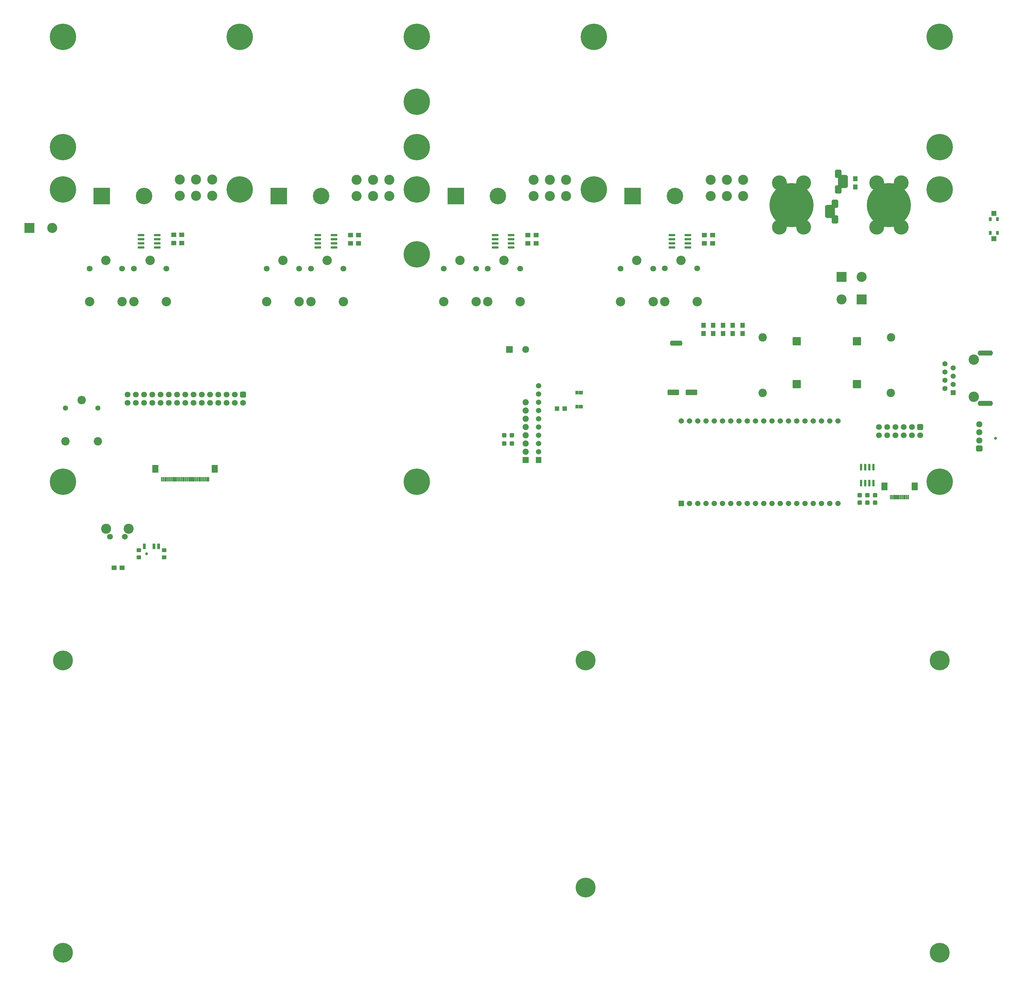
<source format=gbr>
%TF.GenerationSoftware,KiCad,Pcbnew,7.0.1*%
%TF.CreationDate,2024-04-02T15:52:51+09:00*%
%TF.ProjectId,Lift_Main_V5.0,4c696674-5f4d-4616-996e-5f56352e302e,rev?*%
%TF.SameCoordinates,Original*%
%TF.FileFunction,Soldermask,Top*%
%TF.FilePolarity,Negative*%
%FSLAX46Y46*%
G04 Gerber Fmt 4.6, Leading zero omitted, Abs format (unit mm)*
G04 Created by KiCad (PCBNEW 7.0.1) date 2024-04-02 15:52:51*
%MOMM*%
%LPD*%
G01*
G04 APERTURE LIST*
G04 Aperture macros list*
%AMRoundRect*
0 Rectangle with rounded corners*
0 $1 Rounding radius*
0 $2 $3 $4 $5 $6 $7 $8 $9 X,Y pos of 4 corners*
0 Add a 4 corners polygon primitive as box body*
4,1,4,$2,$3,$4,$5,$6,$7,$8,$9,$2,$3,0*
0 Add four circle primitives for the rounded corners*
1,1,$1+$1,$2,$3*
1,1,$1+$1,$4,$5*
1,1,$1+$1,$6,$7*
1,1,$1+$1,$8,$9*
0 Add four rect primitives between the rounded corners*
20,1,$1+$1,$2,$3,$4,$5,0*
20,1,$1+$1,$4,$5,$6,$7,0*
20,1,$1+$1,$6,$7,$8,$9,0*
20,1,$1+$1,$8,$9,$2,$3,0*%
%AMFreePoly0*
4,1,35,0.586062,0.786062,0.601000,0.750000,0.601000,-0.750000,0.586062,-0.786062,0.550000,-0.801000,0.000000,-0.801000,-0.012285,-0.795911,-0.071157,-0.795911,-0.085525,-0.793845,-0.222076,-0.753750,-0.235281,-0.747720,-0.355003,-0.670779,-0.365973,-0.661273,-0.459170,-0.553718,-0.467018,-0.541506,-0.526137,-0.412052,-0.530227,-0.398124,-0.550481,-0.257258,-0.551000,-0.250000,-0.551000,0.250000,
-0.550481,0.257258,-0.530227,0.398124,-0.526137,0.412052,-0.467018,0.541506,-0.459170,0.553718,-0.365973,0.661273,-0.355003,0.670779,-0.235281,0.747720,-0.222076,0.753750,-0.085525,0.793845,-0.071157,0.795911,-0.012285,0.795911,0.000000,0.801000,0.550000,0.801000,0.586062,0.786062,0.586062,0.786062,$1*%
%AMFreePoly1*
4,1,35,0.012285,0.795911,0.071157,0.795911,0.085525,0.793845,0.222076,0.753750,0.235281,0.747720,0.355003,0.670779,0.365973,0.661273,0.459170,0.553718,0.467018,0.541506,0.526137,0.412052,0.530227,0.398124,0.550481,0.257258,0.551000,0.250000,0.551000,-0.250000,0.550481,-0.257258,0.530227,-0.398124,0.526137,-0.412052,0.467018,-0.541506,0.459170,-0.553718,0.365973,-0.661273,
0.355003,-0.670779,0.235281,-0.747720,0.222076,-0.753750,0.085525,-0.793845,0.071157,-0.795911,0.012285,-0.795911,0.000000,-0.801000,-0.550000,-0.801000,-0.586062,-0.786062,-0.601000,-0.750000,-0.601000,0.750000,-0.586062,0.786062,-0.550000,0.801000,0.000000,0.801000,0.012285,0.795911,0.012285,0.795911,$1*%
G04 Aperture macros list end*
%ADD10C,0.100000*%
%ADD11RoundRect,0.051000X-2.500000X-2.500000X2.500000X-2.500000X2.500000X2.500000X-2.500000X2.500000X0*%
%ADD12C,5.102000*%
%ADD13C,2.902000*%
%ADD14C,1.802000*%
%ADD15RoundRect,0.051000X-1.000000X-1.000000X1.000000X-1.000000X1.000000X1.000000X-1.000000X1.000000X0*%
%ADD16C,2.102000*%
%ADD17C,8.102000*%
%ADD18RoundRect,0.051000X-0.650000X-0.650000X0.650000X-0.650000X0.650000X0.650000X-0.650000X0.650000X0*%
%ADD19RoundRect,0.051000X-0.625000X0.750000X-0.625000X-0.750000X0.625000X-0.750000X0.625000X0.750000X0*%
%ADD20RoundRect,0.051000X0.350000X-0.550000X0.350000X0.550000X-0.350000X0.550000X-0.350000X-0.550000X0*%
%ADD21C,1.662000*%
%ADD22RoundRect,0.051000X-0.780000X-0.900000X0.780000X-0.900000X0.780000X0.900000X-0.780000X0.900000X0*%
%ADD23C,6.102000*%
%ADD24C,3.102000*%
%ADD25RoundRect,0.301000X1.500000X0.550000X-1.500000X0.550000X-1.500000X-0.550000X1.500000X-0.550000X0*%
%ADD26RoundRect,0.376000X-0.325000X-0.325000X0.325000X-0.325000X0.325000X0.325000X-0.325000X0.325000X0*%
%ADD27RoundRect,0.051000X-0.750000X-0.625000X0.750000X-0.625000X0.750000X0.625000X-0.750000X0.625000X0*%
%ADD28C,4.602000*%
%ADD29C,13.602000*%
%ADD30RoundRect,0.051000X0.750000X-0.750000X0.750000X0.750000X-0.750000X0.750000X-0.750000X-0.750000X0*%
%ADD31RoundRect,0.051000X0.125000X-0.550000X0.125000X0.550000X-0.125000X0.550000X-0.125000X-0.550000X0*%
%ADD32RoundRect,0.376000X-0.325000X0.325000X-0.325000X-0.325000X0.325000X-0.325000X0.325000X0.325000X0*%
%ADD33RoundRect,0.201000X-0.825000X-0.150000X0.825000X-0.150000X0.825000X0.150000X-0.825000X0.150000X0*%
%ADD34RoundRect,0.300900X0.675100X-0.600100X0.675100X0.600100X-0.675100X0.600100X-0.675100X-0.600100X0*%
%ADD35O,1.952000X1.802000*%
%ADD36C,3.202000*%
%ADD37RoundRect,0.051000X-0.750000X0.750000X-0.750000X-0.750000X0.750000X-0.750000X0.750000X0.750000X0*%
%ADD38C,1.602000*%
%ADD39O,4.702000X1.602000*%
%ADD40C,2.602000*%
%ADD41RoundRect,0.301000X-0.600000X0.600000X-0.600000X-0.600000X0.600000X-0.600000X0.600000X0.600000X0*%
%ADD42RoundRect,0.051000X0.780000X-0.780000X0.780000X0.780000X-0.780000X0.780000X-0.780000X-0.780000X0*%
%ADD43RoundRect,0.051000X0.625000X-0.750000X0.625000X0.750000X-0.625000X0.750000X-0.625000X-0.750000X0*%
%ADD44RoundRect,0.051000X-1.500000X-1.500000X1.500000X-1.500000X1.500000X1.500000X-1.500000X1.500000X0*%
%ADD45RoundRect,0.351000X0.950000X0.950000X-0.950000X0.950000X-0.950000X-0.950000X0.950000X-0.950000X0*%
%ADD46RoundRect,0.051000X0.150000X0.650000X-0.150000X0.650000X-0.150000X-0.650000X0.150000X-0.650000X0*%
%ADD47RoundRect,0.051000X0.900000X1.100000X-0.900000X1.100000X-0.900000X-1.100000X0.900000X-1.100000X0*%
%ADD48RoundRect,0.051000X1.500000X-1.500000X1.500000X1.500000X-1.500000X1.500000X-1.500000X-1.500000X0*%
%ADD49RoundRect,0.201000X0.150000X-0.825000X0.150000X0.825000X-0.150000X0.825000X-0.150000X-0.825000X0*%
%ADD50RoundRect,0.551000X0.500000X-0.750000X0.500000X0.750000X-0.500000X0.750000X-0.500000X-0.750000X0*%
%ADD51RoundRect,0.801000X0.750000X-1.250000X0.750000X1.250000X-0.750000X1.250000X-0.750000X-1.250000X0*%
%ADD52FreePoly0,0.000000*%
%ADD53RoundRect,0.051000X-0.500000X-0.750000X0.500000X-0.750000X0.500000X0.750000X-0.500000X0.750000X0*%
%ADD54FreePoly1,0.000000*%
%ADD55C,0.902000*%
%ADD56RoundRect,0.051000X0.400000X0.800000X-0.400000X0.800000X-0.400000X-0.800000X0.400000X-0.800000X0*%
%ADD57RoundRect,0.051000X0.600000X0.500000X-0.600000X0.500000X-0.600000X-0.500000X0.600000X-0.500000X0*%
%ADD58RoundRect,0.051000X-1.500000X1.500000X-1.500000X-1.500000X1.500000X-1.500000X1.500000X1.500000X0*%
%ADD59RoundRect,0.051000X-0.900000X-0.900000X0.900000X-0.900000X0.900000X0.900000X-0.900000X0.900000X0*%
%ADD60C,1.902000*%
G04 APERTURE END LIST*
D10*
%TO.C,SW2*%
X94605000Y-361010000D02*
G75*
G03*
X94605000Y-361010000I-635000J0D01*
G01*
X93164500Y-363510000D02*
G75*
G03*
X93164500Y-363510000I-444500J0D01*
G01*
X88664500Y-363510000D02*
G75*
G03*
X88664500Y-363510000I-444500J0D01*
G01*
X87605000Y-361010000D02*
G75*
G03*
X87605000Y-361010000I-635000J0D01*
G01*
%TD*%
D11*
%TO.C,J5*%
X194670000Y-258570000D03*
D12*
X207670000Y-258570000D03*
%TD*%
D13*
%TO.C,K8*%
X91940000Y-291145000D03*
D14*
X81940000Y-280945000D03*
X91940000Y-280945000D03*
D13*
X86940000Y-278445000D03*
X81940000Y-291145000D03*
%TD*%
D15*
%TO.C,C12*%
X211180000Y-305850000D03*
D16*
X216180000Y-305850000D03*
%TD*%
D17*
%TO.C,H1*%
X182670000Y-346570000D03*
%TD*%
D18*
%TO.C,R1*%
X225820000Y-324020000D03*
X228220000Y-324020000D03*
%TD*%
D19*
%TO.C,C11*%
X270970000Y-298420000D03*
X270970000Y-300920000D03*
%TD*%
D17*
%TO.C,H5*%
X73670000Y-346570000D03*
%TD*%
D19*
%TO.C,C17*%
X282970000Y-298420000D03*
X282970000Y-300920000D03*
%TD*%
D20*
%TO.C,SW6*%
X359280000Y-265750000D03*
X359280000Y-269950000D03*
X361480000Y-265750000D03*
X361480000Y-269950000D03*
%TD*%
D21*
%TO.C,MO3*%
X220220000Y-324660000D03*
X220220000Y-322120000D03*
X220220000Y-319580000D03*
X220220000Y-317040000D03*
X220220000Y-329740000D03*
X220220000Y-327200000D03*
X220220000Y-337360000D03*
X220220000Y-334820000D03*
X220220000Y-332280000D03*
D22*
X220220000Y-339900000D03*
%TD*%
D23*
%TO.C,H4*%
X343670000Y-491570000D03*
%TD*%
D17*
%TO.C,H24*%
X343670000Y-209540000D03*
%TD*%
D13*
%TO.C,K6*%
X146440000Y-291145000D03*
D14*
X136440000Y-280945000D03*
X146440000Y-280945000D03*
D13*
X141440000Y-278445000D03*
X136440000Y-291145000D03*
%TD*%
D24*
%TO.C,J9*%
X174170000Y-258570000D03*
X174170000Y-253570000D03*
X169170000Y-258570000D03*
X169170000Y-253570000D03*
X164170000Y-258570000D03*
X164170000Y-253570000D03*
%TD*%
D17*
%TO.C,H15*%
X73670000Y-209540000D03*
%TD*%
D25*
%TO.C,C4*%
X267240000Y-319090000D03*
X261640000Y-319090000D03*
%TD*%
D26*
%TO.C,R15*%
X209630000Y-334780000D03*
X211930000Y-334780000D03*
%TD*%
D27*
%TO.C,C19*%
X107805000Y-273055625D03*
X110305000Y-273055625D03*
%TD*%
D17*
%TO.C,H4*%
X182670000Y-256570000D03*
%TD*%
%TO.C,H6*%
X237170000Y-256570000D03*
%TD*%
%TO.C,H20*%
X182670000Y-243570000D03*
%TD*%
D28*
%TO.C,J2*%
X324320000Y-268170000D03*
X331820000Y-268170000D03*
D29*
X328070000Y-261370000D03*
D28*
X324320000Y-254570000D03*
X331820000Y-254570000D03*
%TD*%
D27*
%TO.C,C7*%
X216904061Y-273145000D03*
X219404061Y-273145000D03*
%TD*%
D30*
%TO.C,SW5*%
X360380000Y-271750000D03*
X360380000Y-263950000D03*
%TD*%
D24*
%TO.C,SW2*%
X93970000Y-361010000D03*
X86970000Y-361010000D03*
D14*
X92720000Y-363510000D03*
X88220000Y-363510000D03*
%TD*%
D31*
%TO.C,U4*%
X231670000Y-323420000D03*
X232170000Y-323420000D03*
X232670000Y-323420000D03*
X233170000Y-323420000D03*
X233670000Y-323420000D03*
X233670000Y-319120000D03*
X233170000Y-319120000D03*
X232670000Y-319120000D03*
X232170000Y-319120000D03*
X231670000Y-319120000D03*
%TD*%
D17*
%TO.C,H9*%
X128170000Y-256570000D03*
%TD*%
D19*
%TO.C,C15*%
X279970000Y-298420000D03*
X279970000Y-300920000D03*
%TD*%
D13*
%TO.C,K3*%
X269070000Y-291095000D03*
D14*
X259070000Y-280895000D03*
X269070000Y-280895000D03*
D13*
X264070000Y-278395000D03*
X259070000Y-291095000D03*
%TD*%
D17*
%TO.C,H11*%
X343670000Y-256570000D03*
%TD*%
D32*
%TO.C,R13*%
X323830000Y-350700000D03*
X323830000Y-353000000D03*
%TD*%
D33*
%TO.C,U2*%
X261225000Y-270605000D03*
X261225000Y-271875000D03*
X261225000Y-273145000D03*
X261225000Y-274415000D03*
X266175000Y-274415000D03*
X266175000Y-273145000D03*
X266175000Y-271875000D03*
X266175000Y-270605000D03*
%TD*%
D26*
%TO.C,R29*%
X209630000Y-332240000D03*
X211930000Y-332240000D03*
%TD*%
D33*
%TO.C,U5*%
X206774061Y-270615000D03*
X206774061Y-271885000D03*
X206774061Y-273155000D03*
X206774061Y-274425000D03*
X211724061Y-274425000D03*
X211724061Y-273155000D03*
X211724061Y-271885000D03*
X211724061Y-270615000D03*
%TD*%
D34*
%TO.C,J7*%
X355920000Y-336340000D03*
D35*
X355920000Y-333840000D03*
X355920000Y-331340000D03*
X355920000Y-328840000D03*
%TD*%
D36*
%TO.C,J13*%
X354180000Y-320377500D03*
X354180000Y-308947500D03*
D37*
X347830000Y-319107500D03*
D38*
X345290000Y-317837500D03*
X347830000Y-316567500D03*
X345290000Y-315297500D03*
X347830000Y-314027500D03*
X345290000Y-312757500D03*
X347830000Y-311487500D03*
X345290000Y-310217500D03*
D39*
X357730000Y-322432500D03*
X357730000Y-306907500D03*
%TD*%
D17*
%TO.C,H19*%
X182670000Y-276570000D03*
%TD*%
D27*
%TO.C,C9*%
X162254061Y-273170000D03*
X164754061Y-273170000D03*
%TD*%
D24*
%TO.C,J6*%
X228670000Y-258570000D03*
X228670000Y-253570000D03*
X223670000Y-258570000D03*
X223670000Y-253570000D03*
X218670000Y-258570000D03*
X218670000Y-253570000D03*
%TD*%
D13*
%TO.C,K5*%
X214540000Y-291125000D03*
D14*
X204540000Y-280925000D03*
X214540000Y-280925000D03*
D13*
X209540000Y-278425000D03*
X204540000Y-291125000D03*
%TD*%
D27*
%TO.C,C8*%
X216904061Y-270620000D03*
X219404061Y-270620000D03*
%TD*%
D28*
%TO.C,J1*%
X294320000Y-268170000D03*
X301820000Y-268170000D03*
D29*
X298070000Y-261370000D03*
D28*
X294320000Y-254570000D03*
X301820000Y-254570000D03*
%TD*%
D40*
%TO.C,MO1*%
X328655000Y-319242500D03*
X328705000Y-302092500D03*
X289155000Y-319242500D03*
X289155000Y-302092500D03*
%TD*%
D41*
%TO.C,J10*%
X129170000Y-319717495D03*
D14*
X129170000Y-322257495D03*
X126630000Y-319717495D03*
X126630000Y-322257495D03*
X124090000Y-319717495D03*
X124090000Y-322257495D03*
X121550000Y-319717495D03*
X121550000Y-322257495D03*
X119010000Y-319717495D03*
X119010000Y-322257495D03*
X116470000Y-319717495D03*
X116470000Y-322257495D03*
X113930000Y-319717495D03*
X113930000Y-322257495D03*
X111390000Y-319717495D03*
X111390000Y-322257495D03*
X108850000Y-319717495D03*
X108850000Y-322257495D03*
X106310000Y-319717495D03*
X106310000Y-322257495D03*
X103770000Y-319717495D03*
X103770000Y-322257495D03*
X101230000Y-319717495D03*
X101230000Y-322257495D03*
X98690000Y-319717495D03*
X98690000Y-322257495D03*
X96150000Y-319717495D03*
X96150000Y-322257495D03*
X93610000Y-319717495D03*
X93610000Y-322257495D03*
%TD*%
D42*
%TO.C,U13*%
X264150000Y-353270000D03*
D21*
X266690000Y-353270000D03*
X269230000Y-353270000D03*
X271770000Y-353270000D03*
X274310000Y-353270000D03*
X276850000Y-353270000D03*
X279390000Y-353270000D03*
X281930000Y-353270000D03*
X284470000Y-353270000D03*
X287010000Y-353270000D03*
X289550000Y-353270000D03*
X292090000Y-353270000D03*
X294630000Y-353270000D03*
X297170000Y-353270000D03*
X299710000Y-353270000D03*
X302250000Y-353270000D03*
X304790000Y-353270000D03*
X307330000Y-353270000D03*
X309870000Y-353270000D03*
X312410000Y-353270000D03*
X312410000Y-327870000D03*
X309870000Y-327870000D03*
X307330000Y-327870000D03*
X304790000Y-327870000D03*
X302250000Y-327870000D03*
X299710000Y-327870000D03*
X297170000Y-327870000D03*
X294630000Y-327870000D03*
X292090000Y-327870000D03*
X289550000Y-327870000D03*
X287010000Y-327870000D03*
X284470000Y-327870000D03*
X281930000Y-327870000D03*
X279390000Y-327870000D03*
X276850000Y-327870000D03*
X274310000Y-327870000D03*
X271770000Y-327870000D03*
X269230000Y-327870000D03*
X266690000Y-327870000D03*
X264150000Y-327870000D03*
%TD*%
D23*
%TO.C,H7*%
X234669999Y-471570000D03*
%TD*%
D11*
%TO.C,J3*%
X249170000Y-258570000D03*
D12*
X262170000Y-258570000D03*
%TD*%
D43*
%TO.C,D2*%
X317745000Y-255795000D03*
X317745000Y-253295000D03*
%TD*%
D13*
%TO.C,K1*%
X255445000Y-291120000D03*
D14*
X245445000Y-280920000D03*
X255445000Y-280920000D03*
D13*
X250445000Y-278420000D03*
X245445000Y-291120000D03*
%TD*%
D44*
%TO.C,C10*%
X63370000Y-268420000D03*
D24*
X70370000Y-268420000D03*
%TD*%
D11*
%TO.C,J8*%
X140170000Y-258570000D03*
D12*
X153170000Y-258570000D03*
%TD*%
D17*
%TO.C,H25*%
X343670000Y-243570000D03*
%TD*%
D32*
%TO.C,R12*%
X321430000Y-350700000D03*
X321430000Y-353000000D03*
%TD*%
D27*
%TO.C,C16*%
X107805000Y-270530625D03*
X110305000Y-270530625D03*
%TD*%
D45*
%TO.C,MO2*%
X318210000Y-316520000D03*
X318210000Y-303320000D03*
X299710000Y-316520000D03*
X299710000Y-303320000D03*
%TD*%
D46*
%TO.C,J16*%
X118580000Y-345800000D03*
X118080000Y-345800000D03*
X117580000Y-345800000D03*
X117080000Y-345800000D03*
X116580000Y-345800000D03*
X116080000Y-345800000D03*
X115580000Y-345800000D03*
X115080000Y-345800000D03*
X114580000Y-345800000D03*
X114080000Y-345800000D03*
X113580000Y-345800000D03*
X113080000Y-345800000D03*
X112580000Y-345800000D03*
X112080000Y-345800000D03*
X111580000Y-345800000D03*
X111080000Y-345800000D03*
X110580000Y-345800000D03*
X110080000Y-345800000D03*
X109580000Y-345800000D03*
X109080000Y-345800000D03*
X108580000Y-345800000D03*
X108080000Y-345800000D03*
X107580000Y-345800000D03*
X107080000Y-345800000D03*
X106580000Y-345800000D03*
X106080000Y-345800000D03*
X105580000Y-345800000D03*
X105080000Y-345800000D03*
X104580000Y-345800000D03*
X104080000Y-345800000D03*
D47*
X120480000Y-342550000D03*
X102180000Y-342550000D03*
%TD*%
D27*
%TO.C,C3*%
X271254061Y-273160000D03*
X273754061Y-273160000D03*
%TD*%
D17*
%TO.C,H17*%
X182670000Y-209540000D03*
%TD*%
D33*
%TO.C,U7*%
X152224061Y-270615000D03*
X152224061Y-271885000D03*
X152224061Y-273155000D03*
X152224061Y-274425000D03*
X157174061Y-274425000D03*
X157174061Y-273155000D03*
X157174061Y-271885000D03*
X157174061Y-270615000D03*
%TD*%
D17*
%TO.C,H16*%
X128170000Y-209540000D03*
%TD*%
D13*
%TO.C,K4*%
X200940000Y-291125000D03*
D14*
X190940000Y-280925000D03*
X200940000Y-280925000D03*
D13*
X195940000Y-278425000D03*
X190940000Y-291125000D03*
%TD*%
D27*
%TO.C,C6*%
X162254061Y-270620000D03*
X164754061Y-270620000D03*
%TD*%
D48*
%TO.C,C20*%
X319645000Y-290470000D03*
D24*
X319645000Y-283470000D03*
%TD*%
D49*
%TO.C,U1*%
X319525000Y-347025000D03*
X320795000Y-347025000D03*
X322065000Y-347025000D03*
X323335000Y-347025000D03*
X323335000Y-342075000D03*
X322065000Y-342075000D03*
X320795000Y-342075000D03*
X319525000Y-342075000D03*
%TD*%
D41*
%TO.C,J15*%
X337680000Y-329747500D03*
D14*
X335140000Y-329747500D03*
X332600000Y-329747500D03*
X330060000Y-329747500D03*
X327520000Y-329747500D03*
X324980000Y-329747500D03*
X337680000Y-332287500D03*
X335140000Y-332287500D03*
X332600000Y-332287500D03*
X330060000Y-332287500D03*
X327520000Y-332287500D03*
X324980000Y-332287500D03*
%TD*%
D46*
%TO.C,J14*%
X334080000Y-351300000D03*
X333580000Y-351300000D03*
X333080000Y-351300000D03*
X332580000Y-351300000D03*
X332080000Y-351300000D03*
X331580000Y-351300000D03*
X331080000Y-351300000D03*
X330580000Y-351300000D03*
X330080000Y-351300000D03*
X329580000Y-351300000D03*
X329080000Y-351300000D03*
X328580000Y-351300000D03*
D47*
X335980000Y-348050000D03*
X326680000Y-348050000D03*
%TD*%
D23*
%TO.C,H10*%
X73669999Y-401570000D03*
%TD*%
%TO.C,H11*%
X73669999Y-491570000D03*
%TD*%
D50*
%TO.C,F1*%
X311445000Y-265780000D03*
D51*
X309945000Y-263370000D03*
D50*
X311445000Y-260990000D03*
X312445000Y-256550000D03*
D51*
X313895000Y-254120000D03*
D50*
X312445000Y-251760000D03*
%TD*%
D19*
%TO.C,C14*%
X276970000Y-298420000D03*
X276970000Y-300920000D03*
%TD*%
D17*
%TO.C,H10*%
X343670000Y-346570000D03*
%TD*%
D52*
%TO.C,JP2*%
X261270000Y-303870000D03*
D53*
X262570000Y-303870000D03*
D54*
X263870000Y-303870000D03*
%TD*%
D33*
%TO.C,U8*%
X97775000Y-270615000D03*
X97775000Y-271885000D03*
X97775000Y-273155000D03*
X97775000Y-274425000D03*
X102725000Y-274425000D03*
X102725000Y-273155000D03*
X102725000Y-271885000D03*
X102725000Y-270615000D03*
%TD*%
D55*
%TO.C,SW1*%
X99480000Y-368730000D03*
D56*
X98730000Y-366430000D03*
X101730000Y-366430000D03*
X103180000Y-366430000D03*
D57*
X104880000Y-369830000D03*
X104880000Y-367630000D03*
X97080000Y-369830000D03*
X97080000Y-367630000D03*
%TD*%
D11*
%TO.C,J11*%
X85670000Y-258570000D03*
D12*
X98670000Y-258570000D03*
%TD*%
D24*
%TO.C,J4*%
X283170000Y-258570000D03*
X283170000Y-253570000D03*
X278170000Y-258570000D03*
X278170000Y-253570000D03*
X273170000Y-258570000D03*
X273170000Y-253570000D03*
%TD*%
D17*
%TO.C,H13*%
X73670000Y-243570000D03*
%TD*%
%TO.C,H3*%
X73670000Y-256570000D03*
%TD*%
D19*
%TO.C,C13*%
X273970000Y-298420000D03*
X273970000Y-300920000D03*
%TD*%
D17*
%TO.C,H18*%
X182670000Y-229540000D03*
%TD*%
D27*
%TO.C,D6*%
X89420000Y-373080000D03*
X91920000Y-373080000D03*
%TD*%
%TO.C,C2*%
X271254061Y-270610000D03*
X273754061Y-270610000D03*
%TD*%
D32*
%TO.C,R9*%
X319030000Y-350700000D03*
X319030000Y-353000000D03*
%TD*%
D40*
%TO.C,K2*%
X84430000Y-334100000D03*
D38*
X74430000Y-323900000D03*
X84430000Y-323900000D03*
D40*
X79430000Y-321400000D03*
X74430000Y-334100000D03*
%TD*%
D13*
%TO.C,K9*%
X105540000Y-291145000D03*
D14*
X95540000Y-280945000D03*
X105540000Y-280945000D03*
D13*
X100540000Y-278445000D03*
X95540000Y-291145000D03*
%TD*%
%TO.C,K7*%
X160040000Y-291145000D03*
D14*
X150040000Y-280945000D03*
X160040000Y-280945000D03*
D13*
X155040000Y-278445000D03*
X150040000Y-291145000D03*
%TD*%
D23*
%TO.C,H5*%
X343670000Y-401570000D03*
%TD*%
D24*
%TO.C,J12*%
X119670000Y-258560000D03*
X119670000Y-253560000D03*
X114670000Y-258560000D03*
X114670000Y-253560000D03*
X109670000Y-258560000D03*
X109670000Y-253560000D03*
%TD*%
D23*
%TO.C,H1*%
X234669999Y-401570001D03*
%TD*%
D58*
%TO.C,C18*%
X313495000Y-283470000D03*
D24*
X313495000Y-290470000D03*
%TD*%
D59*
%TO.C,U6*%
X216237500Y-339860000D03*
D60*
X216237500Y-337320000D03*
X216237500Y-334780000D03*
X216237500Y-332240000D03*
X216237500Y-329700000D03*
X216237500Y-327160000D03*
X216237500Y-324620000D03*
X216237500Y-322080000D03*
%TD*%
D17*
%TO.C,H22*%
X237170000Y-209540000D03*
%TD*%
D55*
%TO.C,SW3*%
X360920000Y-333200000D03*
%TD*%
G36*
X333892347Y-350618509D02*
G01*
X333892116Y-350620263D01*
X333884766Y-350631262D01*
X333881000Y-350650199D01*
X333881000Y-351949801D01*
X333884766Y-351968737D01*
X333892114Y-351979733D01*
X333892345Y-351981487D01*
X333891094Y-351982738D01*
X333889340Y-351982507D01*
X333867311Y-351967788D01*
X333792689Y-351967788D01*
X333770659Y-351982507D01*
X333768905Y-351982738D01*
X333767654Y-351981487D01*
X333767885Y-351979733D01*
X333775233Y-351968737D01*
X333779000Y-351949801D01*
X333779000Y-350650199D01*
X333775233Y-350631262D01*
X333767884Y-350620264D01*
X333767653Y-350618510D01*
X333768904Y-350617259D01*
X333770658Y-350617490D01*
X333792690Y-350632211D01*
X333867310Y-350632211D01*
X333889342Y-350617489D01*
X333891096Y-350617258D01*
X333892347Y-350618509D01*
G37*
G36*
X333392347Y-350618509D02*
G01*
X333392116Y-350620263D01*
X333384766Y-350631262D01*
X333381000Y-350650199D01*
X333381000Y-351949801D01*
X333384766Y-351968737D01*
X333392114Y-351979733D01*
X333392345Y-351981487D01*
X333391094Y-351982738D01*
X333389340Y-351982507D01*
X333367311Y-351967788D01*
X333292689Y-351967788D01*
X333270659Y-351982507D01*
X333268905Y-351982738D01*
X333267654Y-351981487D01*
X333267885Y-351979733D01*
X333275233Y-351968737D01*
X333279000Y-351949801D01*
X333279000Y-350650199D01*
X333275233Y-350631262D01*
X333267884Y-350620264D01*
X333267653Y-350618510D01*
X333268904Y-350617259D01*
X333270658Y-350617490D01*
X333292690Y-350632211D01*
X333367310Y-350632211D01*
X333389342Y-350617489D01*
X333391096Y-350617258D01*
X333392347Y-350618509D01*
G37*
G36*
X332892347Y-350618509D02*
G01*
X332892116Y-350620263D01*
X332884766Y-350631262D01*
X332881000Y-350650199D01*
X332881000Y-351949801D01*
X332884766Y-351968737D01*
X332892114Y-351979733D01*
X332892345Y-351981487D01*
X332891094Y-351982738D01*
X332889340Y-351982507D01*
X332867311Y-351967788D01*
X332792689Y-351967788D01*
X332770659Y-351982507D01*
X332768905Y-351982738D01*
X332767654Y-351981487D01*
X332767885Y-351979733D01*
X332775233Y-351968737D01*
X332779000Y-351949801D01*
X332779000Y-350650199D01*
X332775233Y-350631262D01*
X332767884Y-350620264D01*
X332767653Y-350618510D01*
X332768904Y-350617259D01*
X332770658Y-350617490D01*
X332792690Y-350632211D01*
X332867310Y-350632211D01*
X332889342Y-350617489D01*
X332891096Y-350617258D01*
X332892347Y-350618509D01*
G37*
G36*
X332392347Y-350618509D02*
G01*
X332392116Y-350620263D01*
X332384766Y-350631262D01*
X332381000Y-350650199D01*
X332381000Y-351949801D01*
X332384766Y-351968737D01*
X332392114Y-351979733D01*
X332392345Y-351981487D01*
X332391094Y-351982738D01*
X332389340Y-351982507D01*
X332367311Y-351967788D01*
X332292689Y-351967788D01*
X332270659Y-351982507D01*
X332268905Y-351982738D01*
X332267654Y-351981487D01*
X332267885Y-351979733D01*
X332275233Y-351968737D01*
X332279000Y-351949801D01*
X332279000Y-350650199D01*
X332275233Y-350631262D01*
X332267884Y-350620264D01*
X332267653Y-350618510D01*
X332268904Y-350617259D01*
X332270658Y-350617490D01*
X332292690Y-350632211D01*
X332367310Y-350632211D01*
X332389342Y-350617489D01*
X332391096Y-350617258D01*
X332392347Y-350618509D01*
G37*
G36*
X331892347Y-350618509D02*
G01*
X331892116Y-350620263D01*
X331884766Y-350631262D01*
X331881000Y-350650199D01*
X331881000Y-351949801D01*
X331884766Y-351968737D01*
X331892114Y-351979733D01*
X331892345Y-351981487D01*
X331891094Y-351982738D01*
X331889340Y-351982507D01*
X331867311Y-351967788D01*
X331792689Y-351967788D01*
X331770659Y-351982507D01*
X331768905Y-351982738D01*
X331767654Y-351981487D01*
X331767885Y-351979733D01*
X331775233Y-351968737D01*
X331779000Y-351949801D01*
X331779000Y-350650199D01*
X331775233Y-350631262D01*
X331767884Y-350620264D01*
X331767653Y-350618510D01*
X331768904Y-350617259D01*
X331770658Y-350617490D01*
X331792690Y-350632211D01*
X331867310Y-350632211D01*
X331889342Y-350617489D01*
X331891096Y-350617258D01*
X331892347Y-350618509D01*
G37*
G36*
X331392347Y-350618509D02*
G01*
X331392116Y-350620263D01*
X331384766Y-350631262D01*
X331381000Y-350650199D01*
X331381000Y-351949801D01*
X331384766Y-351968737D01*
X331392114Y-351979733D01*
X331392345Y-351981487D01*
X331391094Y-351982738D01*
X331389340Y-351982507D01*
X331367311Y-351967788D01*
X331292689Y-351967788D01*
X331270659Y-351982507D01*
X331268905Y-351982738D01*
X331267654Y-351981487D01*
X331267885Y-351979733D01*
X331275233Y-351968737D01*
X331279000Y-351949801D01*
X331279000Y-350650199D01*
X331275233Y-350631262D01*
X331267884Y-350620264D01*
X331267653Y-350618510D01*
X331268904Y-350617259D01*
X331270658Y-350617490D01*
X331292690Y-350632211D01*
X331367310Y-350632211D01*
X331389342Y-350617489D01*
X331391096Y-350617258D01*
X331392347Y-350618509D01*
G37*
G36*
X330892347Y-350618509D02*
G01*
X330892116Y-350620263D01*
X330884766Y-350631262D01*
X330881000Y-350650199D01*
X330881000Y-351949801D01*
X330884766Y-351968737D01*
X330892114Y-351979733D01*
X330892345Y-351981487D01*
X330891094Y-351982738D01*
X330889340Y-351982507D01*
X330867311Y-351967788D01*
X330792689Y-351967788D01*
X330770659Y-351982507D01*
X330768905Y-351982738D01*
X330767654Y-351981487D01*
X330767885Y-351979733D01*
X330775233Y-351968737D01*
X330779000Y-351949801D01*
X330779000Y-350650199D01*
X330775233Y-350631262D01*
X330767884Y-350620264D01*
X330767653Y-350618510D01*
X330768904Y-350617259D01*
X330770658Y-350617490D01*
X330792690Y-350632211D01*
X330867310Y-350632211D01*
X330889342Y-350617489D01*
X330891096Y-350617258D01*
X330892347Y-350618509D01*
G37*
G36*
X330392347Y-350618509D02*
G01*
X330392116Y-350620263D01*
X330384766Y-350631262D01*
X330381000Y-350650199D01*
X330381000Y-351949801D01*
X330384766Y-351968737D01*
X330392114Y-351979733D01*
X330392345Y-351981487D01*
X330391094Y-351982738D01*
X330389340Y-351982507D01*
X330367311Y-351967788D01*
X330292689Y-351967788D01*
X330270659Y-351982507D01*
X330268905Y-351982738D01*
X330267654Y-351981487D01*
X330267885Y-351979733D01*
X330275233Y-351968737D01*
X330279000Y-351949801D01*
X330279000Y-350650199D01*
X330275233Y-350631262D01*
X330267884Y-350620264D01*
X330267653Y-350618510D01*
X330268904Y-350617259D01*
X330270658Y-350617490D01*
X330292690Y-350632211D01*
X330367310Y-350632211D01*
X330389342Y-350617489D01*
X330391096Y-350617258D01*
X330392347Y-350618509D01*
G37*
G36*
X329892347Y-350618509D02*
G01*
X329892116Y-350620263D01*
X329884766Y-350631262D01*
X329881000Y-350650199D01*
X329881000Y-351949801D01*
X329884766Y-351968737D01*
X329892114Y-351979733D01*
X329892345Y-351981487D01*
X329891094Y-351982738D01*
X329889340Y-351982507D01*
X329867311Y-351967788D01*
X329792689Y-351967788D01*
X329770659Y-351982507D01*
X329768905Y-351982738D01*
X329767654Y-351981487D01*
X329767885Y-351979733D01*
X329775233Y-351968737D01*
X329779000Y-351949801D01*
X329779000Y-350650199D01*
X329775233Y-350631262D01*
X329767884Y-350620264D01*
X329767653Y-350618510D01*
X329768904Y-350617259D01*
X329770658Y-350617490D01*
X329792690Y-350632211D01*
X329867310Y-350632211D01*
X329889342Y-350617489D01*
X329891096Y-350617258D01*
X329892347Y-350618509D01*
G37*
G36*
X329392347Y-350618509D02*
G01*
X329392116Y-350620263D01*
X329384766Y-350631262D01*
X329381000Y-350650199D01*
X329381000Y-351949801D01*
X329384766Y-351968737D01*
X329392114Y-351979733D01*
X329392345Y-351981487D01*
X329391094Y-351982738D01*
X329389340Y-351982507D01*
X329367311Y-351967788D01*
X329292689Y-351967788D01*
X329270659Y-351982507D01*
X329268905Y-351982738D01*
X329267654Y-351981487D01*
X329267885Y-351979733D01*
X329275233Y-351968737D01*
X329279000Y-351949801D01*
X329279000Y-350650199D01*
X329275233Y-350631262D01*
X329267884Y-350620264D01*
X329267653Y-350618510D01*
X329268904Y-350617259D01*
X329270658Y-350617490D01*
X329292690Y-350632211D01*
X329367310Y-350632211D01*
X329389342Y-350617489D01*
X329391096Y-350617258D01*
X329392347Y-350618509D01*
G37*
G36*
X328892347Y-350618509D02*
G01*
X328892116Y-350620263D01*
X328884766Y-350631262D01*
X328881000Y-350650199D01*
X328881000Y-351949801D01*
X328884766Y-351968737D01*
X328892114Y-351979733D01*
X328892345Y-351981487D01*
X328891094Y-351982738D01*
X328889340Y-351982507D01*
X328867311Y-351967788D01*
X328792689Y-351967788D01*
X328770659Y-351982507D01*
X328768905Y-351982738D01*
X328767654Y-351981487D01*
X328767885Y-351979733D01*
X328775233Y-351968737D01*
X328779000Y-351949801D01*
X328779000Y-350650199D01*
X328775233Y-350631262D01*
X328767884Y-350620264D01*
X328767653Y-350618510D01*
X328768904Y-350617259D01*
X328770658Y-350617490D01*
X328792690Y-350632211D01*
X328867310Y-350632211D01*
X328889342Y-350617489D01*
X328891096Y-350617258D01*
X328892347Y-350618509D01*
G37*
G36*
X118392347Y-345118509D02*
G01*
X118392116Y-345120263D01*
X118384766Y-345131262D01*
X118381000Y-345150199D01*
X118381000Y-346449801D01*
X118384766Y-346468737D01*
X118392114Y-346479733D01*
X118392345Y-346481487D01*
X118391094Y-346482738D01*
X118389340Y-346482507D01*
X118367311Y-346467788D01*
X118292689Y-346467788D01*
X118270659Y-346482507D01*
X118268905Y-346482738D01*
X118267654Y-346481487D01*
X118267885Y-346479733D01*
X118275233Y-346468737D01*
X118279000Y-346449801D01*
X118279000Y-345150199D01*
X118275233Y-345131262D01*
X118267884Y-345120264D01*
X118267653Y-345118510D01*
X118268904Y-345117259D01*
X118270658Y-345117490D01*
X118292690Y-345132211D01*
X118367310Y-345132211D01*
X118389342Y-345117489D01*
X118391096Y-345117258D01*
X118392347Y-345118509D01*
G37*
G36*
X117892347Y-345118509D02*
G01*
X117892116Y-345120263D01*
X117884766Y-345131262D01*
X117881000Y-345150199D01*
X117881000Y-346449801D01*
X117884766Y-346468737D01*
X117892114Y-346479733D01*
X117892345Y-346481487D01*
X117891094Y-346482738D01*
X117889340Y-346482507D01*
X117867311Y-346467788D01*
X117792689Y-346467788D01*
X117770659Y-346482507D01*
X117768905Y-346482738D01*
X117767654Y-346481487D01*
X117767885Y-346479733D01*
X117775233Y-346468737D01*
X117779000Y-346449801D01*
X117779000Y-345150199D01*
X117775233Y-345131262D01*
X117767884Y-345120264D01*
X117767653Y-345118510D01*
X117768904Y-345117259D01*
X117770658Y-345117490D01*
X117792690Y-345132211D01*
X117867310Y-345132211D01*
X117889342Y-345117489D01*
X117891096Y-345117258D01*
X117892347Y-345118509D01*
G37*
G36*
X117392347Y-345118509D02*
G01*
X117392116Y-345120263D01*
X117384766Y-345131262D01*
X117381000Y-345150199D01*
X117381000Y-346449801D01*
X117384766Y-346468737D01*
X117392114Y-346479733D01*
X117392345Y-346481487D01*
X117391094Y-346482738D01*
X117389340Y-346482507D01*
X117367311Y-346467788D01*
X117292689Y-346467788D01*
X117270659Y-346482507D01*
X117268905Y-346482738D01*
X117267654Y-346481487D01*
X117267885Y-346479733D01*
X117275233Y-346468737D01*
X117279000Y-346449801D01*
X117279000Y-345150199D01*
X117275233Y-345131262D01*
X117267884Y-345120264D01*
X117267653Y-345118510D01*
X117268904Y-345117259D01*
X117270658Y-345117490D01*
X117292690Y-345132211D01*
X117367310Y-345132211D01*
X117389342Y-345117489D01*
X117391096Y-345117258D01*
X117392347Y-345118509D01*
G37*
G36*
X116892347Y-345118509D02*
G01*
X116892116Y-345120263D01*
X116884766Y-345131262D01*
X116881000Y-345150199D01*
X116881000Y-346449801D01*
X116884766Y-346468737D01*
X116892114Y-346479733D01*
X116892345Y-346481487D01*
X116891094Y-346482738D01*
X116889340Y-346482507D01*
X116867311Y-346467788D01*
X116792689Y-346467788D01*
X116770659Y-346482507D01*
X116768905Y-346482738D01*
X116767654Y-346481487D01*
X116767885Y-346479733D01*
X116775233Y-346468737D01*
X116779000Y-346449801D01*
X116779000Y-345150199D01*
X116775233Y-345131262D01*
X116767884Y-345120264D01*
X116767653Y-345118510D01*
X116768904Y-345117259D01*
X116770658Y-345117490D01*
X116792690Y-345132211D01*
X116867310Y-345132211D01*
X116889342Y-345117489D01*
X116891096Y-345117258D01*
X116892347Y-345118509D01*
G37*
G36*
X116392347Y-345118509D02*
G01*
X116392116Y-345120263D01*
X116384766Y-345131262D01*
X116381000Y-345150199D01*
X116381000Y-346449801D01*
X116384766Y-346468737D01*
X116392114Y-346479733D01*
X116392345Y-346481487D01*
X116391094Y-346482738D01*
X116389340Y-346482507D01*
X116367311Y-346467788D01*
X116292689Y-346467788D01*
X116270659Y-346482507D01*
X116268905Y-346482738D01*
X116267654Y-346481487D01*
X116267885Y-346479733D01*
X116275233Y-346468737D01*
X116279000Y-346449801D01*
X116279000Y-345150199D01*
X116275233Y-345131262D01*
X116267884Y-345120264D01*
X116267653Y-345118510D01*
X116268904Y-345117259D01*
X116270658Y-345117490D01*
X116292690Y-345132211D01*
X116367310Y-345132211D01*
X116389342Y-345117489D01*
X116391096Y-345117258D01*
X116392347Y-345118509D01*
G37*
G36*
X115892347Y-345118509D02*
G01*
X115892116Y-345120263D01*
X115884766Y-345131262D01*
X115881000Y-345150199D01*
X115881000Y-346449801D01*
X115884766Y-346468737D01*
X115892114Y-346479733D01*
X115892345Y-346481487D01*
X115891094Y-346482738D01*
X115889340Y-346482507D01*
X115867311Y-346467788D01*
X115792689Y-346467788D01*
X115770659Y-346482507D01*
X115768905Y-346482738D01*
X115767654Y-346481487D01*
X115767885Y-346479733D01*
X115775233Y-346468737D01*
X115779000Y-346449801D01*
X115779000Y-345150199D01*
X115775233Y-345131262D01*
X115767884Y-345120264D01*
X115767653Y-345118510D01*
X115768904Y-345117259D01*
X115770658Y-345117490D01*
X115792690Y-345132211D01*
X115867310Y-345132211D01*
X115889342Y-345117489D01*
X115891096Y-345117258D01*
X115892347Y-345118509D01*
G37*
G36*
X115392347Y-345118509D02*
G01*
X115392116Y-345120263D01*
X115384766Y-345131262D01*
X115381000Y-345150199D01*
X115381000Y-346449801D01*
X115384766Y-346468737D01*
X115392114Y-346479733D01*
X115392345Y-346481487D01*
X115391094Y-346482738D01*
X115389340Y-346482507D01*
X115367311Y-346467788D01*
X115292689Y-346467788D01*
X115270659Y-346482507D01*
X115268905Y-346482738D01*
X115267654Y-346481487D01*
X115267885Y-346479733D01*
X115275233Y-346468737D01*
X115279000Y-346449801D01*
X115279000Y-345150199D01*
X115275233Y-345131262D01*
X115267884Y-345120264D01*
X115267653Y-345118510D01*
X115268904Y-345117259D01*
X115270658Y-345117490D01*
X115292690Y-345132211D01*
X115367310Y-345132211D01*
X115389342Y-345117489D01*
X115391096Y-345117258D01*
X115392347Y-345118509D01*
G37*
G36*
X114892347Y-345118509D02*
G01*
X114892116Y-345120263D01*
X114884766Y-345131262D01*
X114881000Y-345150199D01*
X114881000Y-346449801D01*
X114884766Y-346468737D01*
X114892114Y-346479733D01*
X114892345Y-346481487D01*
X114891094Y-346482738D01*
X114889340Y-346482507D01*
X114867311Y-346467788D01*
X114792689Y-346467788D01*
X114770659Y-346482507D01*
X114768905Y-346482738D01*
X114767654Y-346481487D01*
X114767885Y-346479733D01*
X114775233Y-346468737D01*
X114779000Y-346449801D01*
X114779000Y-345150199D01*
X114775233Y-345131262D01*
X114767884Y-345120264D01*
X114767653Y-345118510D01*
X114768904Y-345117259D01*
X114770658Y-345117490D01*
X114792690Y-345132211D01*
X114867310Y-345132211D01*
X114889342Y-345117489D01*
X114891096Y-345117258D01*
X114892347Y-345118509D01*
G37*
G36*
X114392347Y-345118509D02*
G01*
X114392116Y-345120263D01*
X114384766Y-345131262D01*
X114381000Y-345150199D01*
X114381000Y-346449801D01*
X114384766Y-346468737D01*
X114392114Y-346479733D01*
X114392345Y-346481487D01*
X114391094Y-346482738D01*
X114389340Y-346482507D01*
X114367311Y-346467788D01*
X114292689Y-346467788D01*
X114270659Y-346482507D01*
X114268905Y-346482738D01*
X114267654Y-346481487D01*
X114267885Y-346479733D01*
X114275233Y-346468737D01*
X114279000Y-346449801D01*
X114279000Y-345150199D01*
X114275233Y-345131262D01*
X114267884Y-345120264D01*
X114267653Y-345118510D01*
X114268904Y-345117259D01*
X114270658Y-345117490D01*
X114292690Y-345132211D01*
X114367310Y-345132211D01*
X114389342Y-345117489D01*
X114391096Y-345117258D01*
X114392347Y-345118509D01*
G37*
G36*
X113892347Y-345118509D02*
G01*
X113892116Y-345120263D01*
X113884766Y-345131262D01*
X113881000Y-345150199D01*
X113881000Y-346449801D01*
X113884766Y-346468737D01*
X113892114Y-346479733D01*
X113892345Y-346481487D01*
X113891094Y-346482738D01*
X113889340Y-346482507D01*
X113867311Y-346467788D01*
X113792689Y-346467788D01*
X113770659Y-346482507D01*
X113768905Y-346482738D01*
X113767654Y-346481487D01*
X113767885Y-346479733D01*
X113775233Y-346468737D01*
X113779000Y-346449801D01*
X113779000Y-345150199D01*
X113775233Y-345131262D01*
X113767884Y-345120264D01*
X113767653Y-345118510D01*
X113768904Y-345117259D01*
X113770658Y-345117490D01*
X113792690Y-345132211D01*
X113867310Y-345132211D01*
X113889342Y-345117489D01*
X113891096Y-345117258D01*
X113892347Y-345118509D01*
G37*
G36*
X113392347Y-345118509D02*
G01*
X113392116Y-345120263D01*
X113384766Y-345131262D01*
X113381000Y-345150199D01*
X113381000Y-346449801D01*
X113384766Y-346468737D01*
X113392114Y-346479733D01*
X113392345Y-346481487D01*
X113391094Y-346482738D01*
X113389340Y-346482507D01*
X113367311Y-346467788D01*
X113292689Y-346467788D01*
X113270659Y-346482507D01*
X113268905Y-346482738D01*
X113267654Y-346481487D01*
X113267885Y-346479733D01*
X113275233Y-346468737D01*
X113279000Y-346449801D01*
X113279000Y-345150199D01*
X113275233Y-345131262D01*
X113267884Y-345120264D01*
X113267653Y-345118510D01*
X113268904Y-345117259D01*
X113270658Y-345117490D01*
X113292690Y-345132211D01*
X113367310Y-345132211D01*
X113389342Y-345117489D01*
X113391096Y-345117258D01*
X113392347Y-345118509D01*
G37*
G36*
X112892347Y-345118509D02*
G01*
X112892116Y-345120263D01*
X112884766Y-345131262D01*
X112881000Y-345150199D01*
X112881000Y-346449801D01*
X112884766Y-346468737D01*
X112892114Y-346479733D01*
X112892345Y-346481487D01*
X112891094Y-346482738D01*
X112889340Y-346482507D01*
X112867311Y-346467788D01*
X112792689Y-346467788D01*
X112770659Y-346482507D01*
X112768905Y-346482738D01*
X112767654Y-346481487D01*
X112767885Y-346479733D01*
X112775233Y-346468737D01*
X112779000Y-346449801D01*
X112779000Y-345150199D01*
X112775233Y-345131262D01*
X112767884Y-345120264D01*
X112767653Y-345118510D01*
X112768904Y-345117259D01*
X112770658Y-345117490D01*
X112792690Y-345132211D01*
X112867310Y-345132211D01*
X112889342Y-345117489D01*
X112891096Y-345117258D01*
X112892347Y-345118509D01*
G37*
G36*
X112392347Y-345118509D02*
G01*
X112392116Y-345120263D01*
X112384766Y-345131262D01*
X112381000Y-345150199D01*
X112381000Y-346449801D01*
X112384766Y-346468737D01*
X112392114Y-346479733D01*
X112392345Y-346481487D01*
X112391094Y-346482738D01*
X112389340Y-346482507D01*
X112367311Y-346467788D01*
X112292689Y-346467788D01*
X112270659Y-346482507D01*
X112268905Y-346482738D01*
X112267654Y-346481487D01*
X112267885Y-346479733D01*
X112275233Y-346468737D01*
X112279000Y-346449801D01*
X112279000Y-345150199D01*
X112275233Y-345131262D01*
X112267884Y-345120264D01*
X112267653Y-345118510D01*
X112268904Y-345117259D01*
X112270658Y-345117490D01*
X112292690Y-345132211D01*
X112367310Y-345132211D01*
X112389342Y-345117489D01*
X112391096Y-345117258D01*
X112392347Y-345118509D01*
G37*
G36*
X111892347Y-345118509D02*
G01*
X111892116Y-345120263D01*
X111884766Y-345131262D01*
X111881000Y-345150199D01*
X111881000Y-346449801D01*
X111884766Y-346468737D01*
X111892114Y-346479733D01*
X111892345Y-346481487D01*
X111891094Y-346482738D01*
X111889340Y-346482507D01*
X111867311Y-346467788D01*
X111792689Y-346467788D01*
X111770659Y-346482507D01*
X111768905Y-346482738D01*
X111767654Y-346481487D01*
X111767885Y-346479733D01*
X111775233Y-346468737D01*
X111779000Y-346449801D01*
X111779000Y-345150199D01*
X111775233Y-345131262D01*
X111767884Y-345120264D01*
X111767653Y-345118510D01*
X111768904Y-345117259D01*
X111770658Y-345117490D01*
X111792690Y-345132211D01*
X111867310Y-345132211D01*
X111889342Y-345117489D01*
X111891096Y-345117258D01*
X111892347Y-345118509D01*
G37*
G36*
X111392347Y-345118509D02*
G01*
X111392116Y-345120263D01*
X111384766Y-345131262D01*
X111381000Y-345150199D01*
X111381000Y-346449801D01*
X111384766Y-346468737D01*
X111392114Y-346479733D01*
X111392345Y-346481487D01*
X111391094Y-346482738D01*
X111389340Y-346482507D01*
X111367311Y-346467788D01*
X111292689Y-346467788D01*
X111270659Y-346482507D01*
X111268905Y-346482738D01*
X111267654Y-346481487D01*
X111267885Y-346479733D01*
X111275233Y-346468737D01*
X111279000Y-346449801D01*
X111279000Y-345150199D01*
X111275233Y-345131262D01*
X111267884Y-345120264D01*
X111267653Y-345118510D01*
X111268904Y-345117259D01*
X111270658Y-345117490D01*
X111292690Y-345132211D01*
X111367310Y-345132211D01*
X111389342Y-345117489D01*
X111391096Y-345117258D01*
X111392347Y-345118509D01*
G37*
G36*
X110892347Y-345118509D02*
G01*
X110892116Y-345120263D01*
X110884766Y-345131262D01*
X110881000Y-345150199D01*
X110881000Y-346449801D01*
X110884766Y-346468737D01*
X110892114Y-346479733D01*
X110892345Y-346481487D01*
X110891094Y-346482738D01*
X110889340Y-346482507D01*
X110867311Y-346467788D01*
X110792689Y-346467788D01*
X110770659Y-346482507D01*
X110768905Y-346482738D01*
X110767654Y-346481487D01*
X110767885Y-346479733D01*
X110775233Y-346468737D01*
X110779000Y-346449801D01*
X110779000Y-345150199D01*
X110775233Y-345131262D01*
X110767884Y-345120264D01*
X110767653Y-345118510D01*
X110768904Y-345117259D01*
X110770658Y-345117490D01*
X110792690Y-345132211D01*
X110867310Y-345132211D01*
X110889342Y-345117489D01*
X110891096Y-345117258D01*
X110892347Y-345118509D01*
G37*
G36*
X110392347Y-345118509D02*
G01*
X110392116Y-345120263D01*
X110384766Y-345131262D01*
X110381000Y-345150199D01*
X110381000Y-346449801D01*
X110384766Y-346468737D01*
X110392114Y-346479733D01*
X110392345Y-346481487D01*
X110391094Y-346482738D01*
X110389340Y-346482507D01*
X110367311Y-346467788D01*
X110292689Y-346467788D01*
X110270659Y-346482507D01*
X110268905Y-346482738D01*
X110267654Y-346481487D01*
X110267885Y-346479733D01*
X110275233Y-346468737D01*
X110279000Y-346449801D01*
X110279000Y-345150199D01*
X110275233Y-345131262D01*
X110267884Y-345120264D01*
X110267653Y-345118510D01*
X110268904Y-345117259D01*
X110270658Y-345117490D01*
X110292690Y-345132211D01*
X110367310Y-345132211D01*
X110389342Y-345117489D01*
X110391096Y-345117258D01*
X110392347Y-345118509D01*
G37*
G36*
X109892347Y-345118509D02*
G01*
X109892116Y-345120263D01*
X109884766Y-345131262D01*
X109881000Y-345150199D01*
X109881000Y-346449801D01*
X109884766Y-346468737D01*
X109892114Y-346479733D01*
X109892345Y-346481487D01*
X109891094Y-346482738D01*
X109889340Y-346482507D01*
X109867311Y-346467788D01*
X109792689Y-346467788D01*
X109770659Y-346482507D01*
X109768905Y-346482738D01*
X109767654Y-346481487D01*
X109767885Y-346479733D01*
X109775233Y-346468737D01*
X109779000Y-346449801D01*
X109779000Y-345150199D01*
X109775233Y-345131262D01*
X109767884Y-345120264D01*
X109767653Y-345118510D01*
X109768904Y-345117259D01*
X109770658Y-345117490D01*
X109792690Y-345132211D01*
X109867310Y-345132211D01*
X109889342Y-345117489D01*
X109891096Y-345117258D01*
X109892347Y-345118509D01*
G37*
G36*
X109392347Y-345118509D02*
G01*
X109392116Y-345120263D01*
X109384766Y-345131262D01*
X109381000Y-345150199D01*
X109381000Y-346449801D01*
X109384766Y-346468737D01*
X109392114Y-346479733D01*
X109392345Y-346481487D01*
X109391094Y-346482738D01*
X109389340Y-346482507D01*
X109367311Y-346467788D01*
X109292689Y-346467788D01*
X109270659Y-346482507D01*
X109268905Y-346482738D01*
X109267654Y-346481487D01*
X109267885Y-346479733D01*
X109275233Y-346468737D01*
X109279000Y-346449801D01*
X109279000Y-345150199D01*
X109275233Y-345131262D01*
X109267884Y-345120264D01*
X109267653Y-345118510D01*
X109268904Y-345117259D01*
X109270658Y-345117490D01*
X109292690Y-345132211D01*
X109367310Y-345132211D01*
X109389342Y-345117489D01*
X109391096Y-345117258D01*
X109392347Y-345118509D01*
G37*
G36*
X108892347Y-345118509D02*
G01*
X108892116Y-345120263D01*
X108884766Y-345131262D01*
X108881000Y-345150199D01*
X108881000Y-346449801D01*
X108884766Y-346468737D01*
X108892114Y-346479733D01*
X108892345Y-346481487D01*
X108891094Y-346482738D01*
X108889340Y-346482507D01*
X108867311Y-346467788D01*
X108792689Y-346467788D01*
X108770659Y-346482507D01*
X108768905Y-346482738D01*
X108767654Y-346481487D01*
X108767885Y-346479733D01*
X108775233Y-346468737D01*
X108779000Y-346449801D01*
X108779000Y-345150199D01*
X108775233Y-345131262D01*
X108767884Y-345120264D01*
X108767653Y-345118510D01*
X108768904Y-345117259D01*
X108770658Y-345117490D01*
X108792690Y-345132211D01*
X108867310Y-345132211D01*
X108889342Y-345117489D01*
X108891096Y-345117258D01*
X108892347Y-345118509D01*
G37*
G36*
X108392347Y-345118509D02*
G01*
X108392116Y-345120263D01*
X108384766Y-345131262D01*
X108381000Y-345150199D01*
X108381000Y-346449801D01*
X108384766Y-346468737D01*
X108392114Y-346479733D01*
X108392345Y-346481487D01*
X108391094Y-346482738D01*
X108389340Y-346482507D01*
X108367311Y-346467788D01*
X108292689Y-346467788D01*
X108270659Y-346482507D01*
X108268905Y-346482738D01*
X108267654Y-346481487D01*
X108267885Y-346479733D01*
X108275233Y-346468737D01*
X108279000Y-346449801D01*
X108279000Y-345150199D01*
X108275233Y-345131262D01*
X108267884Y-345120264D01*
X108267653Y-345118510D01*
X108268904Y-345117259D01*
X108270658Y-345117490D01*
X108292690Y-345132211D01*
X108367310Y-345132211D01*
X108389342Y-345117489D01*
X108391096Y-345117258D01*
X108392347Y-345118509D01*
G37*
G36*
X107892347Y-345118509D02*
G01*
X107892116Y-345120263D01*
X107884766Y-345131262D01*
X107881000Y-345150199D01*
X107881000Y-346449801D01*
X107884766Y-346468737D01*
X107892114Y-346479733D01*
X107892345Y-346481487D01*
X107891094Y-346482738D01*
X107889340Y-346482507D01*
X107867311Y-346467788D01*
X107792689Y-346467788D01*
X107770659Y-346482507D01*
X107768905Y-346482738D01*
X107767654Y-346481487D01*
X107767885Y-346479733D01*
X107775233Y-346468737D01*
X107779000Y-346449801D01*
X107779000Y-345150199D01*
X107775233Y-345131262D01*
X107767884Y-345120264D01*
X107767653Y-345118510D01*
X107768904Y-345117259D01*
X107770658Y-345117490D01*
X107792690Y-345132211D01*
X107867310Y-345132211D01*
X107889342Y-345117489D01*
X107891096Y-345117258D01*
X107892347Y-345118509D01*
G37*
G36*
X107392347Y-345118509D02*
G01*
X107392116Y-345120263D01*
X107384766Y-345131262D01*
X107381000Y-345150199D01*
X107381000Y-346449801D01*
X107384766Y-346468737D01*
X107392114Y-346479733D01*
X107392345Y-346481487D01*
X107391094Y-346482738D01*
X107389340Y-346482507D01*
X107367311Y-346467788D01*
X107292689Y-346467788D01*
X107270659Y-346482507D01*
X107268905Y-346482738D01*
X107267654Y-346481487D01*
X107267885Y-346479733D01*
X107275233Y-346468737D01*
X107279000Y-346449801D01*
X107279000Y-345150199D01*
X107275233Y-345131262D01*
X107267884Y-345120264D01*
X107267653Y-345118510D01*
X107268904Y-345117259D01*
X107270658Y-345117490D01*
X107292690Y-345132211D01*
X107367310Y-345132211D01*
X107389342Y-345117489D01*
X107391096Y-345117258D01*
X107392347Y-345118509D01*
G37*
G36*
X106892347Y-345118509D02*
G01*
X106892116Y-345120263D01*
X106884766Y-345131262D01*
X106881000Y-345150199D01*
X106881000Y-346449801D01*
X106884766Y-346468737D01*
X106892114Y-346479733D01*
X106892345Y-346481487D01*
X106891094Y-346482738D01*
X106889340Y-346482507D01*
X106867311Y-346467788D01*
X106792689Y-346467788D01*
X106770659Y-346482507D01*
X106768905Y-346482738D01*
X106767654Y-346481487D01*
X106767885Y-346479733D01*
X106775233Y-346468737D01*
X106779000Y-346449801D01*
X106779000Y-345150199D01*
X106775233Y-345131262D01*
X106767884Y-345120264D01*
X106767653Y-345118510D01*
X106768904Y-345117259D01*
X106770658Y-345117490D01*
X106792690Y-345132211D01*
X106867310Y-345132211D01*
X106889342Y-345117489D01*
X106891096Y-345117258D01*
X106892347Y-345118509D01*
G37*
G36*
X106392347Y-345118509D02*
G01*
X106392116Y-345120263D01*
X106384766Y-345131262D01*
X106381000Y-345150199D01*
X106381000Y-346449801D01*
X106384766Y-346468737D01*
X106392114Y-346479733D01*
X106392345Y-346481487D01*
X106391094Y-346482738D01*
X106389340Y-346482507D01*
X106367311Y-346467788D01*
X106292689Y-346467788D01*
X106270659Y-346482507D01*
X106268905Y-346482738D01*
X106267654Y-346481487D01*
X106267885Y-346479733D01*
X106275233Y-346468737D01*
X106279000Y-346449801D01*
X106279000Y-345150199D01*
X106275233Y-345131262D01*
X106267884Y-345120264D01*
X106267653Y-345118510D01*
X106268904Y-345117259D01*
X106270658Y-345117490D01*
X106292690Y-345132211D01*
X106367310Y-345132211D01*
X106389342Y-345117489D01*
X106391096Y-345117258D01*
X106392347Y-345118509D01*
G37*
G36*
X105892347Y-345118509D02*
G01*
X105892116Y-345120263D01*
X105884766Y-345131262D01*
X105881000Y-345150199D01*
X105881000Y-346449801D01*
X105884766Y-346468737D01*
X105892114Y-346479733D01*
X105892345Y-346481487D01*
X105891094Y-346482738D01*
X105889340Y-346482507D01*
X105867311Y-346467788D01*
X105792689Y-346467788D01*
X105770659Y-346482507D01*
X105768905Y-346482738D01*
X105767654Y-346481487D01*
X105767885Y-346479733D01*
X105775233Y-346468737D01*
X105779000Y-346449801D01*
X105779000Y-345150199D01*
X105775233Y-345131262D01*
X105767884Y-345120264D01*
X105767653Y-345118510D01*
X105768904Y-345117259D01*
X105770658Y-345117490D01*
X105792690Y-345132211D01*
X105867310Y-345132211D01*
X105889342Y-345117489D01*
X105891096Y-345117258D01*
X105892347Y-345118509D01*
G37*
G36*
X105392347Y-345118509D02*
G01*
X105392116Y-345120263D01*
X105384766Y-345131262D01*
X105381000Y-345150199D01*
X105381000Y-346449801D01*
X105384766Y-346468737D01*
X105392114Y-346479733D01*
X105392345Y-346481487D01*
X105391094Y-346482738D01*
X105389340Y-346482507D01*
X105367311Y-346467788D01*
X105292689Y-346467788D01*
X105270659Y-346482507D01*
X105268905Y-346482738D01*
X105267654Y-346481487D01*
X105267885Y-346479733D01*
X105275233Y-346468737D01*
X105279000Y-346449801D01*
X105279000Y-345150199D01*
X105275233Y-345131262D01*
X105267884Y-345120264D01*
X105267653Y-345118510D01*
X105268904Y-345117259D01*
X105270658Y-345117490D01*
X105292690Y-345132211D01*
X105367310Y-345132211D01*
X105389342Y-345117489D01*
X105391096Y-345117258D01*
X105392347Y-345118509D01*
G37*
G36*
X104892347Y-345118509D02*
G01*
X104892116Y-345120263D01*
X104884766Y-345131262D01*
X104881000Y-345150199D01*
X104881000Y-346449801D01*
X104884766Y-346468737D01*
X104892114Y-346479733D01*
X104892345Y-346481487D01*
X104891094Y-346482738D01*
X104889340Y-346482507D01*
X104867311Y-346467788D01*
X104792689Y-346467788D01*
X104770659Y-346482507D01*
X104768905Y-346482738D01*
X104767654Y-346481487D01*
X104767885Y-346479733D01*
X104775233Y-346468737D01*
X104779000Y-346449801D01*
X104779000Y-345150199D01*
X104775233Y-345131262D01*
X104767884Y-345120264D01*
X104767653Y-345118510D01*
X104768904Y-345117259D01*
X104770658Y-345117490D01*
X104792690Y-345132211D01*
X104867310Y-345132211D01*
X104889342Y-345117489D01*
X104891096Y-345117258D01*
X104892347Y-345118509D01*
G37*
G36*
X104392347Y-345118509D02*
G01*
X104392116Y-345120263D01*
X104384766Y-345131262D01*
X104381000Y-345150199D01*
X104381000Y-346449801D01*
X104384766Y-346468737D01*
X104392114Y-346479733D01*
X104392345Y-346481487D01*
X104391094Y-346482738D01*
X104389340Y-346482507D01*
X104367311Y-346467788D01*
X104292689Y-346467788D01*
X104270659Y-346482507D01*
X104268905Y-346482738D01*
X104267654Y-346481487D01*
X104267885Y-346479733D01*
X104275233Y-346468737D01*
X104279000Y-346449801D01*
X104279000Y-345150199D01*
X104275233Y-345131262D01*
X104267884Y-345120264D01*
X104267653Y-345118510D01*
X104268904Y-345117259D01*
X104270658Y-345117490D01*
X104292690Y-345132211D01*
X104367310Y-345132211D01*
X104389342Y-345117489D01*
X104391096Y-345117258D01*
X104392347Y-345118509D01*
G37*
G36*
X233498163Y-322855309D02*
G01*
X233498621Y-322857018D01*
X233496000Y-322870199D01*
X233496000Y-323969801D01*
X233498628Y-323983017D01*
X233498170Y-323984726D01*
X233496536Y-323985403D01*
X233495003Y-323984519D01*
X233485677Y-323970571D01*
X233354112Y-323970682D01*
X233345040Y-323984298D01*
X233343508Y-323985185D01*
X233341873Y-323984508D01*
X233341414Y-323982799D01*
X233344000Y-323969801D01*
X233344000Y-322870199D01*
X233341378Y-322857019D01*
X233341836Y-322855310D01*
X233343471Y-322854633D01*
X233345003Y-322855518D01*
X233354262Y-322869372D01*
X233485738Y-322869372D01*
X233494996Y-322855517D01*
X233496528Y-322854632D01*
X233498163Y-322855309D01*
G37*
G36*
X232998163Y-322855309D02*
G01*
X232998621Y-322857018D01*
X232996000Y-322870199D01*
X232996000Y-323969801D01*
X232998628Y-323983017D01*
X232998170Y-323984726D01*
X232996536Y-323985403D01*
X232995003Y-323984519D01*
X232985677Y-323970571D01*
X232854112Y-323970682D01*
X232845040Y-323984298D01*
X232843508Y-323985185D01*
X232841873Y-323984508D01*
X232841414Y-323982799D01*
X232844000Y-323969801D01*
X232844000Y-322870199D01*
X232841378Y-322857019D01*
X232841836Y-322855310D01*
X232843471Y-322854633D01*
X232845003Y-322855518D01*
X232854262Y-322869372D01*
X232985738Y-322869372D01*
X232994996Y-322855517D01*
X232996528Y-322854632D01*
X232998163Y-322855309D01*
G37*
G36*
X232498163Y-322855309D02*
G01*
X232498621Y-322857018D01*
X232496000Y-322870199D01*
X232496000Y-323969801D01*
X232498628Y-323983017D01*
X232498170Y-323984726D01*
X232496536Y-323985403D01*
X232495003Y-323984519D01*
X232485677Y-323970571D01*
X232354112Y-323970682D01*
X232345040Y-323984298D01*
X232343508Y-323985185D01*
X232341873Y-323984508D01*
X232341414Y-323982799D01*
X232344000Y-323969801D01*
X232344000Y-322870199D01*
X232341378Y-322857019D01*
X232341836Y-322855310D01*
X232343471Y-322854633D01*
X232345003Y-322855518D01*
X232354262Y-322869372D01*
X232485738Y-322869372D01*
X232494996Y-322855517D01*
X232496528Y-322854632D01*
X232498163Y-322855309D01*
G37*
G36*
X231998163Y-322855309D02*
G01*
X231998621Y-322857018D01*
X231996000Y-322870199D01*
X231996000Y-323969801D01*
X231998628Y-323983017D01*
X231998170Y-323984726D01*
X231996536Y-323985403D01*
X231995003Y-323984519D01*
X231985677Y-323970571D01*
X231854112Y-323970682D01*
X231845040Y-323984298D01*
X231843508Y-323985185D01*
X231841873Y-323984508D01*
X231841414Y-323982799D01*
X231844000Y-323969801D01*
X231844000Y-322870199D01*
X231841378Y-322857019D01*
X231841836Y-322855310D01*
X231843471Y-322854633D01*
X231845003Y-322855518D01*
X231854262Y-322869372D01*
X231985738Y-322869372D01*
X231994996Y-322855517D01*
X231996528Y-322854632D01*
X231998163Y-322855309D01*
G37*
G36*
X233498163Y-318555309D02*
G01*
X233498621Y-318557018D01*
X233496000Y-318570199D01*
X233496000Y-319669801D01*
X233498628Y-319683017D01*
X233498170Y-319684726D01*
X233496536Y-319685403D01*
X233495003Y-319684519D01*
X233485677Y-319670571D01*
X233354112Y-319670682D01*
X233345040Y-319684298D01*
X233343508Y-319685185D01*
X233341873Y-319684508D01*
X233341414Y-319682799D01*
X233344000Y-319669801D01*
X233344000Y-318570199D01*
X233341378Y-318557019D01*
X233341836Y-318555310D01*
X233343471Y-318554633D01*
X233345003Y-318555518D01*
X233354262Y-318569372D01*
X233485738Y-318569372D01*
X233494996Y-318555517D01*
X233496528Y-318554632D01*
X233498163Y-318555309D01*
G37*
G36*
X232998163Y-318555309D02*
G01*
X232998621Y-318557018D01*
X232996000Y-318570199D01*
X232996000Y-319669801D01*
X232998628Y-319683017D01*
X232998170Y-319684726D01*
X232996536Y-319685403D01*
X232995003Y-319684519D01*
X232985677Y-319670571D01*
X232854112Y-319670682D01*
X232845040Y-319684298D01*
X232843508Y-319685185D01*
X232841873Y-319684508D01*
X232841414Y-319682799D01*
X232844000Y-319669801D01*
X232844000Y-318570199D01*
X232841378Y-318557019D01*
X232841836Y-318555310D01*
X232843471Y-318554633D01*
X232845003Y-318555518D01*
X232854262Y-318569372D01*
X232985738Y-318569372D01*
X232994996Y-318555517D01*
X232996528Y-318554632D01*
X232998163Y-318555309D01*
G37*
G36*
X232498163Y-318555309D02*
G01*
X232498621Y-318557018D01*
X232496000Y-318570199D01*
X232496000Y-319669801D01*
X232498628Y-319683017D01*
X232498170Y-319684726D01*
X232496536Y-319685403D01*
X232495003Y-319684519D01*
X232485677Y-319670571D01*
X232354112Y-319670682D01*
X232345040Y-319684298D01*
X232343508Y-319685185D01*
X232341873Y-319684508D01*
X232341414Y-319682799D01*
X232344000Y-319669801D01*
X232344000Y-318570199D01*
X232341378Y-318557019D01*
X232341836Y-318555310D01*
X232343471Y-318554633D01*
X232345003Y-318555518D01*
X232354262Y-318569372D01*
X232485738Y-318569372D01*
X232494996Y-318555517D01*
X232496528Y-318554632D01*
X232498163Y-318555309D01*
G37*
G36*
X231998163Y-318555309D02*
G01*
X231998621Y-318557018D01*
X231996000Y-318570199D01*
X231996000Y-319669801D01*
X231998628Y-319683017D01*
X231998170Y-319684726D01*
X231996536Y-319685403D01*
X231995003Y-319684519D01*
X231985677Y-319670571D01*
X231854112Y-319670682D01*
X231845040Y-319684298D01*
X231843508Y-319685185D01*
X231841873Y-319684508D01*
X231841414Y-319682799D01*
X231844000Y-319669801D01*
X231844000Y-318570199D01*
X231841378Y-318557019D01*
X231841836Y-318555310D01*
X231843471Y-318554633D01*
X231845003Y-318555518D01*
X231854262Y-318569372D01*
X231985738Y-318569372D01*
X231994996Y-318555517D01*
X231996528Y-318554632D01*
X231998163Y-318555309D01*
G37*
G36*
X263273163Y-303105309D02*
G01*
X263273621Y-303107018D01*
X263271000Y-303120199D01*
X263271000Y-304619801D01*
X263273628Y-304633017D01*
X263273170Y-304634726D01*
X263271536Y-304635403D01*
X263270003Y-304634519D01*
X263260677Y-304620571D01*
X263129112Y-304620682D01*
X263120040Y-304634298D01*
X263118508Y-304635185D01*
X263116873Y-304634508D01*
X263116414Y-304632799D01*
X263119000Y-304619801D01*
X263119000Y-303120199D01*
X263116378Y-303107019D01*
X263116836Y-303105310D01*
X263118471Y-303104633D01*
X263120003Y-303105518D01*
X263129262Y-303119372D01*
X263260738Y-303119372D01*
X263269996Y-303105517D01*
X263271528Y-303104632D01*
X263273163Y-303105309D01*
G37*
G36*
X262023163Y-303105309D02*
G01*
X262023621Y-303107018D01*
X262021000Y-303120199D01*
X262021000Y-304619801D01*
X262023628Y-304633017D01*
X262023170Y-304634726D01*
X262021536Y-304635403D01*
X262020003Y-304634519D01*
X262010677Y-304620571D01*
X261879112Y-304620682D01*
X261870040Y-304634298D01*
X261868508Y-304635185D01*
X261866873Y-304634508D01*
X261866414Y-304632799D01*
X261869000Y-304619801D01*
X261869000Y-303120199D01*
X261866378Y-303107019D01*
X261866836Y-303105310D01*
X261868471Y-303104633D01*
X261870003Y-303105518D01*
X261879262Y-303119372D01*
X262010738Y-303119372D01*
X262019996Y-303105517D01*
X262021528Y-303104632D01*
X262023163Y-303105309D01*
G37*
G36*
X312345414Y-253059586D02*
G01*
X312346000Y-253061000D01*
X312346000Y-255249000D01*
X312345414Y-255250414D01*
X312344000Y-255251000D01*
X312270778Y-255251000D01*
X312269364Y-255250414D01*
X312268778Y-255249000D01*
X312269364Y-255247586D01*
X312342000Y-255174949D01*
X312342000Y-253135050D01*
X312269364Y-253062414D01*
X312268778Y-253061000D01*
X312269364Y-253059586D01*
X312270778Y-253059000D01*
X312344000Y-253059000D01*
X312345414Y-253059586D01*
G37*
M02*

</source>
